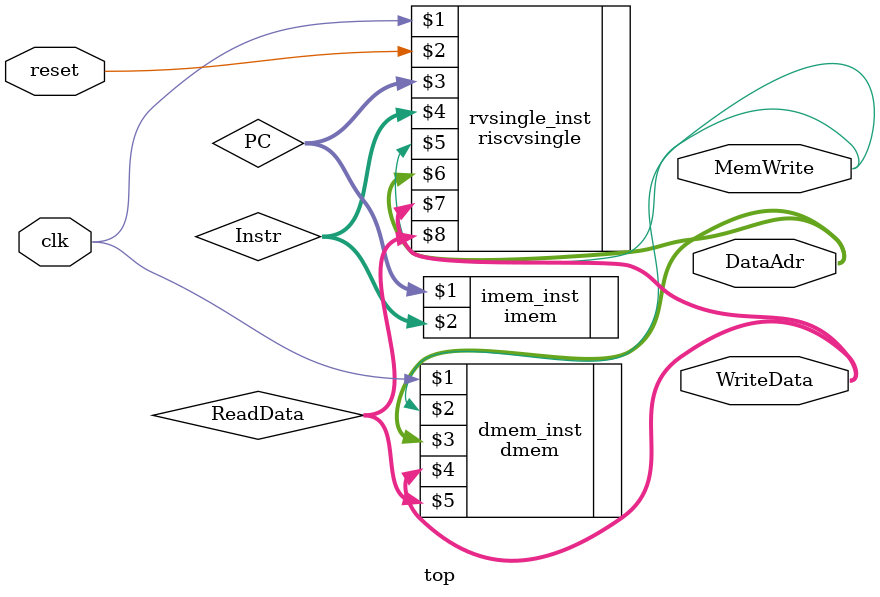
<source format=v>




//------------------------------------------------------------------------------
// top module
//------------------------------------------------------------------------------
`include "riscvsingle.v"
`include "imem.v"
`include "dmem.v"

module top(
  input        clk, reset,
  output [31:0] WriteData, DataAdr,
  output       MemWrite
);
  wire [31:0] PC, Instr, ReadData;

  // instantiate processor and memories
  riscvsingle rvsingle_inst(clk, reset, PC, Instr, MemWrite, DataAdr,
                           WriteData, ReadData);
  imem imem_inst(PC, Instr);
  dmem dmem_inst(clk, MemWrite, DataAdr, WriteData, ReadData);
endmodule
</source>
